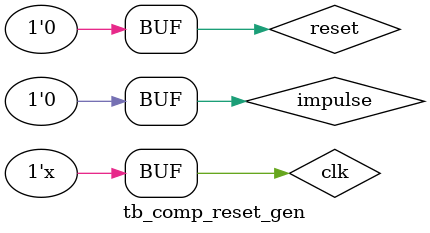
<source format=v>
`timescale 1ns/100ps
module tb_comp_reset_gen();

reg clk = 1;
reg reset = 0;
reg impulse = 0;

always #5
	clk<=~clk;
	
initial	
	begin
		#200
		reset = 0;
		#207
		impulse = 1;
		#5
		impulse = 0;
	end 
	
comp_reset_generator u0
(
	.reset(reset),
	.ref_clk(clk),
	.comp_out(impulse),
	.rst_driver()
);

endmodule 
</source>
